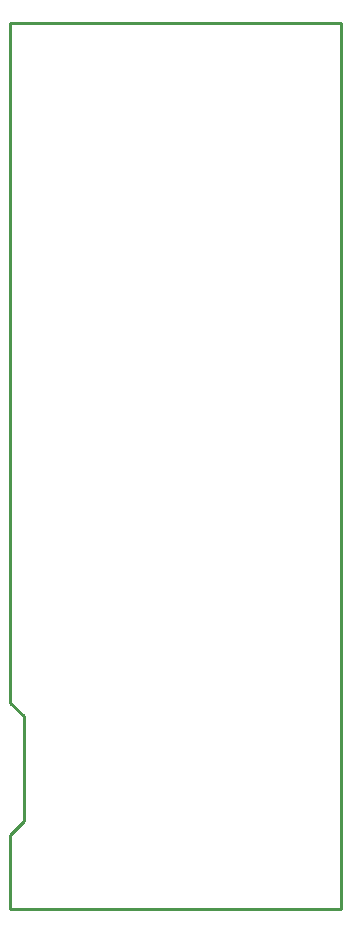
<source format=gbr>
G04 #@! TF.GenerationSoftware,KiCad,Pcbnew,5.1.0-rc2-unknown-036be7d~80~ubuntu16.04.1*
G04 #@! TF.CreationDate,2021-12-15T16:14:17+02:00*
G04 #@! TF.ProjectId,ESP32-PoE_Rev_I,45535033-322d-4506-9f45-5f5265765f49,I*
G04 #@! TF.SameCoordinates,Original*
G04 #@! TF.FileFunction,Profile,NP*
%FSLAX46Y46*%
G04 Gerber Fmt 4.6, Leading zero omitted, Abs format (unit mm)*
G04 Created by KiCad (PCBNEW 5.1.0-rc2-unknown-036be7d~80~ubuntu16.04.1) date 2021-12-15 16:14:17*
%MOMM*%
%LPD*%
G04 APERTURE LIST*
%ADD10C,0.254000*%
G04 APERTURE END LIST*
D10*
X90150000Y-163830000D02*
X90150000Y-170150000D01*
X91313000Y-162687000D02*
X90150000Y-163830000D01*
X91313000Y-153797000D02*
X91313000Y-162687000D01*
X90150000Y-152654000D02*
X91313000Y-153797000D01*
X90150000Y-152654000D02*
X90150000Y-95150000D01*
X90150000Y-170150000D02*
X118150000Y-170150000D01*
X90150000Y-95150000D02*
X118150000Y-95150000D01*
X118150000Y-170150000D02*
X118150000Y-95150000D01*
M02*

</source>
